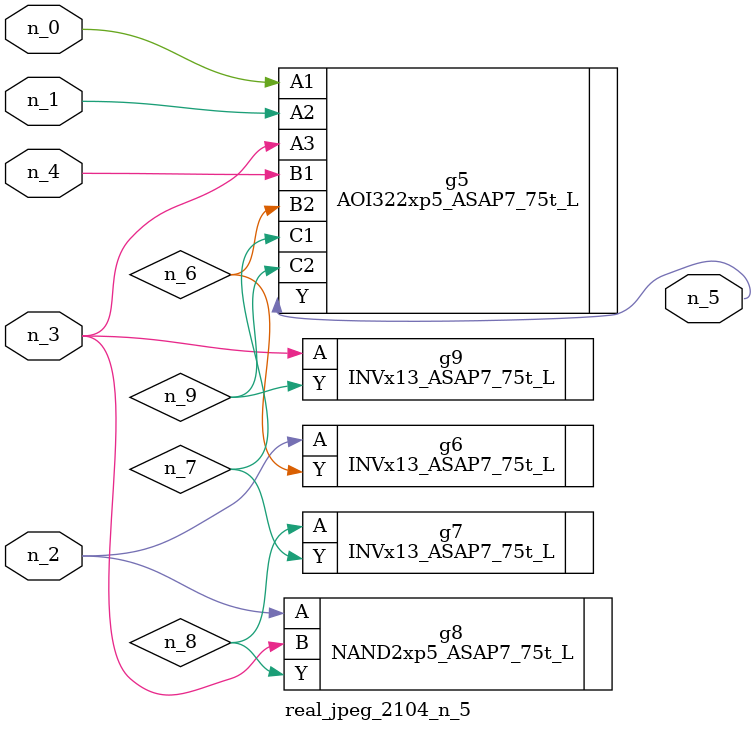
<source format=v>
module real_jpeg_2104_n_5 (n_4, n_0, n_1, n_2, n_3, n_5);

input n_4;
input n_0;
input n_1;
input n_2;
input n_3;

output n_5;

wire n_8;
wire n_6;
wire n_7;
wire n_9;

AOI322xp5_ASAP7_75t_L g5 ( 
.A1(n_0),
.A2(n_1),
.A3(n_3),
.B1(n_4),
.B2(n_6),
.C1(n_7),
.C2(n_9),
.Y(n_5)
);

INVx13_ASAP7_75t_L g6 ( 
.A(n_2),
.Y(n_6)
);

NAND2xp5_ASAP7_75t_L g8 ( 
.A(n_2),
.B(n_3),
.Y(n_8)
);

INVx13_ASAP7_75t_L g9 ( 
.A(n_3),
.Y(n_9)
);

INVx13_ASAP7_75t_L g7 ( 
.A(n_8),
.Y(n_7)
);


endmodule
</source>
